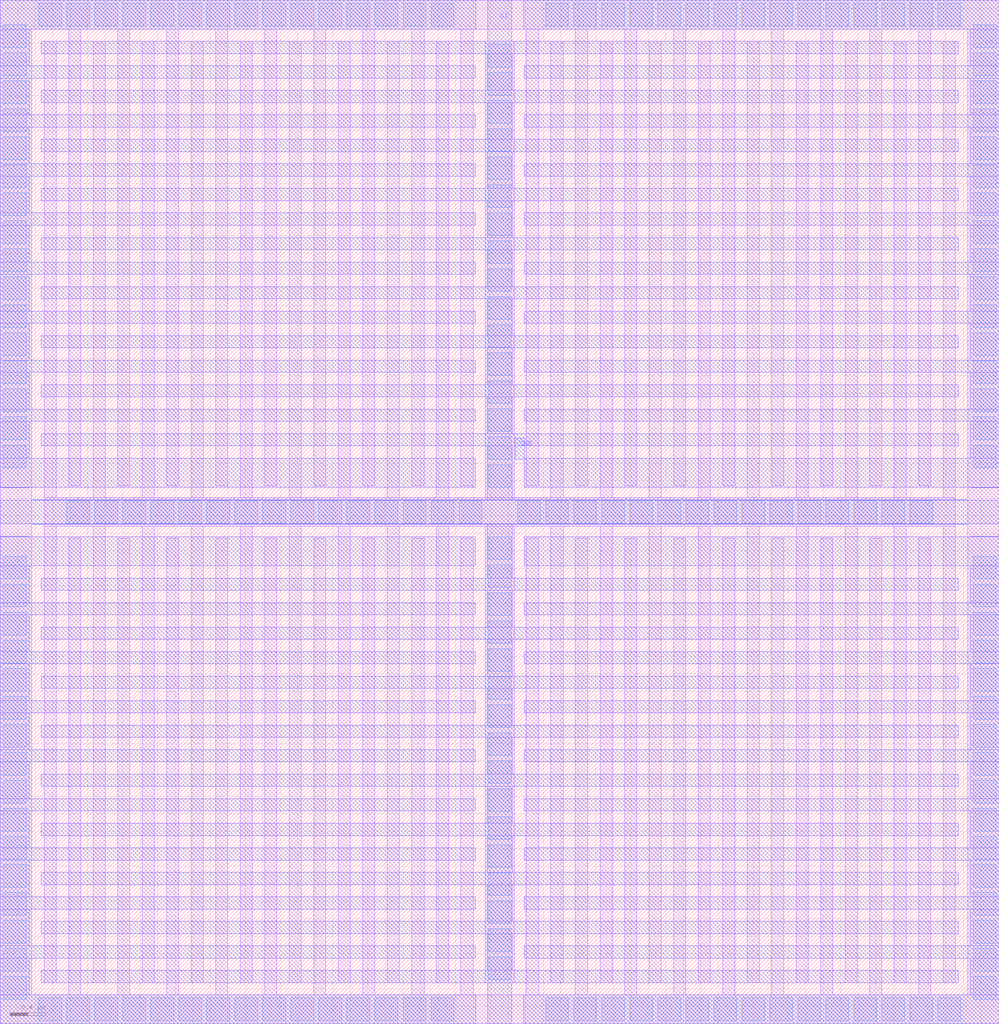
<source format=lef>
# Copyright 2020 The SkyWater PDK Authors
#
# Licensed under the Apache License, Version 2.0 (the "License");
# you may not use this file except in compliance with the License.
# You may obtain a copy of the License at
#
#     https://www.apache.org/licenses/LICENSE-2.0
#
# Unless required by applicable law or agreed to in writing, software
# distributed under the License is distributed on an "AS IS" BASIS,
# WITHOUT WARRANTIES OR CONDITIONS OF ANY KIND, either express or implied.
# See the License for the specific language governing permissions and
# limitations under the License.
#
# SPDX-License-Identifier: Apache-2.0

VERSION 5.7 ;
  NOWIREEXTENSIONATPIN ON ;
  DIVIDERCHAR "/" ;
  BUSBITCHARS "[]" ;
MACRO sky130_fd_pr__cap_vpp_11p5x11p7_m1m2_noshield
  CLASS BLOCK ;
  FOREIGN sky130_fd_pr__cap_vpp_11p5x11p7_m1m2_noshield ;
  ORIGIN  0.000000  0.000000 ;
  SIZE  11.41000 BY  11.69000 ;
  PIN C0
    PORT
      LAYER met2 ;
        RECT  0.000000  0.000000  5.430000  0.330000 ;
        RECT  0.000000  0.330000  0.330000  0.750000 ;
        RECT  0.000000  0.750000  5.425000  0.890000 ;
        RECT  0.000000  0.890000  0.330000  1.310000 ;
        RECT  0.000000  1.310000  5.425000  1.450000 ;
        RECT  0.000000  1.450000  0.330000  1.870000 ;
        RECT  0.000000  1.870000  5.425000  2.010000 ;
        RECT  0.000000  2.010000  0.330000  2.430000 ;
        RECT  0.000000  2.430000  5.425000  2.570000 ;
        RECT  0.000000  2.570000  0.330000  2.990000 ;
        RECT  0.000000  2.990000  5.425000  3.130000 ;
        RECT  0.000000  3.130000  0.330000  3.550000 ;
        RECT  0.000000  3.550000  5.425000  3.690000 ;
        RECT  0.000000  3.690000  0.330000  4.110000 ;
        RECT  0.000000  4.110000  5.425000  4.250000 ;
        RECT  0.000000  4.250000  0.330000  4.670000 ;
        RECT  0.000000  4.670000  5.425000  4.810000 ;
        RECT  0.000000  4.810000  0.330000  5.230000 ;
        RECT  0.000000  5.230000  5.425000  5.565000 ;
        RECT  0.000000  5.565000  0.330000  5.570000 ;
        RECT  0.000000  6.120000  0.330000  6.125000 ;
        RECT  0.000000  6.125000  5.425000  6.460000 ;
        RECT  0.000000  6.460000  0.330000  6.880000 ;
        RECT  0.000000  6.880000  5.425000  7.020000 ;
        RECT  0.000000  7.020000  0.330000  7.440000 ;
        RECT  0.000000  7.440000  5.425000  7.580000 ;
        RECT  0.000000  7.580000  0.330000  8.000000 ;
        RECT  0.000000  8.000000  5.425000  8.140000 ;
        RECT  0.000000  8.140000  0.330000  8.560000 ;
        RECT  0.000000  8.560000  5.425000  8.700000 ;
        RECT  0.000000  8.700000  0.330000  9.120000 ;
        RECT  0.000000  9.120000  5.425000  9.260000 ;
        RECT  0.000000  9.260000  0.330000  9.680000 ;
        RECT  0.000000  9.680000  5.425000  9.820000 ;
        RECT  0.000000  9.820000  0.330000 10.240000 ;
        RECT  0.000000 10.240000  5.425000 10.380000 ;
        RECT  0.000000 10.380000  0.330000 10.800000 ;
        RECT  0.000000 10.800000  5.425000 10.940000 ;
        RECT  0.000000 10.940000  0.330000 11.360000 ;
        RECT  0.000000 11.360000  5.430000 11.690000 ;
        RECT  5.980000  0.000000 11.410000  0.330000 ;
        RECT  5.980000 11.360000 11.410000 11.690000 ;
        RECT  5.985000  0.750000 11.410000  0.890000 ;
        RECT  5.985000  1.310000 11.410000  1.450000 ;
        RECT  5.985000  1.870000 11.410000  2.010000 ;
        RECT  5.985000  2.430000 11.410000  2.570000 ;
        RECT  5.985000  2.990000 11.410000  3.130000 ;
        RECT  5.985000  3.550000 11.410000  3.690000 ;
        RECT  5.985000  4.110000 11.410000  4.250000 ;
        RECT  5.985000  4.670000 11.410000  4.810000 ;
        RECT  5.985000  5.230000 11.410000  5.565000 ;
        RECT  5.985000  6.125000 11.410000  6.460000 ;
        RECT  5.985000  6.880000 11.410000  7.020000 ;
        RECT  5.985000  7.440000 11.410000  7.580000 ;
        RECT  5.985000  8.000000 11.410000  8.140000 ;
        RECT  5.985000  8.560000 11.410000  8.700000 ;
        RECT  5.985000  9.120000 11.410000  9.260000 ;
        RECT  5.985000  9.680000 11.410000  9.820000 ;
        RECT  5.985000 10.240000 11.410000 10.380000 ;
        RECT  5.985000 10.800000 11.410000 10.940000 ;
        RECT 11.080000  0.330000 11.410000  0.750000 ;
        RECT 11.080000  0.890000 11.410000  1.310000 ;
        RECT 11.080000  1.450000 11.410000  1.870000 ;
        RECT 11.080000  2.010000 11.410000  2.430000 ;
        RECT 11.080000  2.570000 11.410000  2.990000 ;
        RECT 11.080000  3.130000 11.410000  3.550000 ;
        RECT 11.080000  3.690000 11.410000  4.110000 ;
        RECT 11.080000  4.250000 11.410000  4.670000 ;
        RECT 11.080000  4.810000 11.410000  5.230000 ;
        RECT 11.080000  5.565000 11.410000  5.570000 ;
        RECT 11.080000  6.120000 11.410000  6.125000 ;
        RECT 11.080000  6.460000 11.410000  6.880000 ;
        RECT 11.080000  7.020000 11.410000  7.440000 ;
        RECT 11.080000  7.580000 11.410000  8.000000 ;
        RECT 11.080000  8.140000 11.410000  8.560000 ;
        RECT 11.080000  8.700000 11.410000  9.120000 ;
        RECT 11.080000  9.260000 11.410000  9.680000 ;
        RECT 11.080000  9.820000 11.410000 10.240000 ;
        RECT 11.080000 10.380000 11.410000 10.800000 ;
        RECT 11.080000 10.940000 11.410000 11.360000 ;
    END
  END C0
  PIN C1
    PORT
      LAYER met2 ;
        RECT 0.000000  5.710000 11.410000  5.980000 ;
        RECT 0.370000  5.705000 11.040000  5.710000 ;
        RECT 0.370000  5.980000 11.040000  5.985000 ;
        RECT 0.470000  0.470000 10.940000  0.610000 ;
        RECT 0.470000  1.030000 10.940000  1.170000 ;
        RECT 0.470000  1.590000 10.940000  1.730000 ;
        RECT 0.470000  2.150000 10.940000  2.290000 ;
        RECT 0.470000  2.710000 10.940000  2.850000 ;
        RECT 0.470000  3.270000 10.940000  3.410000 ;
        RECT 0.470000  3.830000 10.940000  3.970000 ;
        RECT 0.470000  4.390000 10.940000  4.530000 ;
        RECT 0.470000  4.950000 10.940000  5.090000 ;
        RECT 0.470000  6.600000 10.940000  6.740000 ;
        RECT 0.470000  7.160000 10.940000  7.300000 ;
        RECT 0.470000  7.720000 10.940000  7.860000 ;
        RECT 0.470000  8.280000 10.940000  8.420000 ;
        RECT 0.470000  8.840000 10.940000  8.980000 ;
        RECT 0.470000  9.400000 10.940000  9.540000 ;
        RECT 0.470000  9.960000 10.940000 10.100000 ;
        RECT 0.470000 10.520000 10.940000 10.660000 ;
        RECT 0.470000 11.080000 10.940000 11.220000 ;
        RECT 5.565000  0.610000  5.845000  1.030000 ;
        RECT 5.565000  1.170000  5.845000  1.590000 ;
        RECT 5.565000  1.730000  5.845000  2.150000 ;
        RECT 5.565000  2.290000  5.845000  2.710000 ;
        RECT 5.565000  2.850000  5.845000  3.270000 ;
        RECT 5.565000  3.410000  5.845000  3.830000 ;
        RECT 5.565000  3.970000  5.845000  4.390000 ;
        RECT 5.565000  4.530000  5.845000  4.950000 ;
        RECT 5.565000  5.090000  5.845000  5.705000 ;
        RECT 5.565000  5.985000  5.845000  6.600000 ;
        RECT 5.565000  6.740000  5.845000  7.160000 ;
        RECT 5.565000  7.300000  5.845000  7.720000 ;
        RECT 5.565000  7.860000  5.845000  8.280000 ;
        RECT 5.565000  8.420000  5.845000  8.840000 ;
        RECT 5.565000  8.980000  5.845000  9.400000 ;
        RECT 5.565000  9.540000  5.845000  9.960000 ;
        RECT 5.565000 10.100000  5.845000 10.520000 ;
        RECT 5.565000 10.660000  5.845000 11.080000 ;
        RECT 5.570000  0.000000  5.840000  0.470000 ;
        RECT 5.570000 11.220000  5.840000 11.690000 ;
    END
  END C1
  PIN SUB
    PORT
      LAYER pwell ;
        RECT 5.880000 6.445000 5.985000 6.690000 ;
    END
  END SUB
  OBS
    LAYER met1 ;
      RECT  0.000000  0.000000 11.410000  0.330000 ;
      RECT  0.000000  0.330000  0.360000 11.360000 ;
      RECT  0.000000 11.360000 11.410000 11.690000 ;
      RECT  0.500000  0.470000  0.640000  5.685000 ;
      RECT  0.500000  5.685000 10.910000  6.005000 ;
      RECT  0.500000  6.005000  0.640000 11.220000 ;
      RECT  0.780000  0.330000  0.920000  5.545000 ;
      RECT  0.780000  6.145000  0.920000 11.360000 ;
      RECT  1.060000  0.470000  1.200000  5.685000 ;
      RECT  1.060000  6.005000  1.200000 11.220000 ;
      RECT  1.340000  0.330000  1.480000  5.545000 ;
      RECT  1.340000  6.145000  1.480000 11.360000 ;
      RECT  1.620000  0.470000  1.760000  5.685000 ;
      RECT  1.620000  6.005000  1.760000 11.220000 ;
      RECT  1.900000  0.330000  2.040000  5.545000 ;
      RECT  1.900000  6.145000  2.040000 11.360000 ;
      RECT  2.180000  0.470000  2.320000  5.685000 ;
      RECT  2.180000  6.005000  2.320000 11.220000 ;
      RECT  2.460000  0.330000  2.600000  5.545000 ;
      RECT  2.460000  6.145000  2.600000 11.360000 ;
      RECT  2.740000  0.470000  2.880000  5.685000 ;
      RECT  2.740000  6.005000  2.880000 11.220000 ;
      RECT  3.020000  0.330000  3.160000  5.545000 ;
      RECT  3.020000  6.145000  3.160000 11.360000 ;
      RECT  3.300000  0.470000  3.440000  5.685000 ;
      RECT  3.300000  6.005000  3.440000 11.220000 ;
      RECT  3.580000  0.330000  3.720000  5.545000 ;
      RECT  3.580000  6.145000  3.720000 11.360000 ;
      RECT  3.860000  0.470000  4.000000  5.685000 ;
      RECT  3.860000  6.005000  4.000000 11.220000 ;
      RECT  4.140000  0.330000  4.280000  5.545000 ;
      RECT  4.140000  6.145000  4.280000 11.360000 ;
      RECT  4.420000  0.470000  4.560000  5.685000 ;
      RECT  4.420000  6.005000  4.560000 11.220000 ;
      RECT  4.700000  0.330000  4.840000  5.545000 ;
      RECT  4.700000  6.145000  4.840000 11.360000 ;
      RECT  4.980000  0.470000  5.120000  5.685000 ;
      RECT  4.980000  6.005000  5.120000 11.220000 ;
      RECT  5.260000  0.330000  5.400000  5.545000 ;
      RECT  5.260000  6.145000  5.400000 11.360000 ;
      RECT  5.540000  0.470000  5.870000  5.685000 ;
      RECT  5.540000  6.005000  5.870000 11.220000 ;
      RECT  6.010000  0.330000  6.150000  5.545000 ;
      RECT  6.010000  6.145000  6.150000 11.360000 ;
      RECT  6.290000  0.470000  6.430000  5.685000 ;
      RECT  6.290000  6.005000  6.430000 11.220000 ;
      RECT  6.570000  0.330000  6.710000  5.545000 ;
      RECT  6.570000  6.145000  6.710000 11.360000 ;
      RECT  6.850000  0.470000  6.990000  5.685000 ;
      RECT  6.850000  6.005000  6.990000 11.220000 ;
      RECT  7.130000  0.330000  7.270000  5.545000 ;
      RECT  7.130000  6.145000  7.270000 11.360000 ;
      RECT  7.410000  0.470000  7.550000  5.685000 ;
      RECT  7.410000  6.005000  7.550000 11.220000 ;
      RECT  7.690000  0.330000  7.830000  5.545000 ;
      RECT  7.690000  6.145000  7.830000 11.360000 ;
      RECT  7.970000  0.470000  8.110000  5.685000 ;
      RECT  7.970000  6.005000  8.110000 11.220000 ;
      RECT  8.250000  0.330000  8.390000  5.545000 ;
      RECT  8.250000  6.145000  8.390000 11.360000 ;
      RECT  8.530000  0.470000  8.670000  5.685000 ;
      RECT  8.530000  6.005000  8.670000 11.220000 ;
      RECT  8.810000  0.330000  8.950000  5.545000 ;
      RECT  8.810000  6.145000  8.950000 11.360000 ;
      RECT  9.090000  0.470000  9.230000  5.685000 ;
      RECT  9.090000  6.005000  9.230000 11.220000 ;
      RECT  9.370000  0.330000  9.510000  5.545000 ;
      RECT  9.370000  6.145000  9.510000 11.360000 ;
      RECT  9.650000  0.470000  9.790000  5.685000 ;
      RECT  9.650000  6.005000  9.790000 11.220000 ;
      RECT  9.930000  0.330000 10.070000  5.545000 ;
      RECT  9.930000  6.145000 10.070000 11.360000 ;
      RECT 10.210000  0.470000 10.350000  5.685000 ;
      RECT 10.210000  6.005000 10.350000 11.220000 ;
      RECT 10.490000  0.330000 10.630000  5.545000 ;
      RECT 10.490000  6.145000 10.630000 11.360000 ;
      RECT 10.770000  0.470000 10.910000  5.685000 ;
      RECT 10.770000  6.005000 10.910000 11.220000 ;
      RECT 11.050000  0.330000 11.410000 11.360000 ;
    LAYER via ;
      RECT  0.035000  0.280000  0.295000  0.540000 ;
      RECT  0.035000  0.600000  0.295000  0.860000 ;
      RECT  0.035000  0.920000  0.295000  1.180000 ;
      RECT  0.035000  1.240000  0.295000  1.500000 ;
      RECT  0.035000  1.560000  0.295000  1.820000 ;
      RECT  0.035000  1.880000  0.295000  2.140000 ;
      RECT  0.035000  2.200000  0.295000  2.460000 ;
      RECT  0.035000  2.520000  0.295000  2.780000 ;
      RECT  0.035000  2.840000  0.295000  3.100000 ;
      RECT  0.035000  3.160000  0.295000  3.420000 ;
      RECT  0.035000  3.480000  0.295000  3.740000 ;
      RECT  0.035000  3.800000  0.295000  4.060000 ;
      RECT  0.035000  4.120000  0.295000  4.380000 ;
      RECT  0.035000  4.440000  0.295000  4.700000 ;
      RECT  0.035000  4.760000  0.295000  5.020000 ;
      RECT  0.035000  5.080000  0.295000  5.340000 ;
      RECT  0.035000  6.350000  0.295000  6.610000 ;
      RECT  0.035000  6.670000  0.295000  6.930000 ;
      RECT  0.035000  6.990000  0.295000  7.250000 ;
      RECT  0.035000  7.310000  0.295000  7.570000 ;
      RECT  0.035000  7.630000  0.295000  7.890000 ;
      RECT  0.035000  7.950000  0.295000  8.210000 ;
      RECT  0.035000  8.270000  0.295000  8.530000 ;
      RECT  0.035000  8.590000  0.295000  8.850000 ;
      RECT  0.035000  8.910000  0.295000  9.170000 ;
      RECT  0.035000  9.230000  0.295000  9.490000 ;
      RECT  0.035000  9.550000  0.295000  9.810000 ;
      RECT  0.035000  9.870000  0.295000 10.130000 ;
      RECT  0.035000 10.190000  0.295000 10.450000 ;
      RECT  0.035000 10.510000  0.295000 10.770000 ;
      RECT  0.035000 10.830000  0.295000 11.090000 ;
      RECT  0.035000 11.150000  0.295000 11.410000 ;
      RECT  0.440000  0.035000  0.700000  0.295000 ;
      RECT  0.440000 11.395000  0.700000 11.655000 ;
      RECT  0.760000  0.035000  1.020000  0.295000 ;
      RECT  0.760000  5.715000  1.020000  5.975000 ;
      RECT  0.760000 11.395000  1.020000 11.655000 ;
      RECT  1.080000  0.035000  1.340000  0.295000 ;
      RECT  1.080000  5.715000  1.340000  5.975000 ;
      RECT  1.080000 11.395000  1.340000 11.655000 ;
      RECT  1.400000  0.035000  1.660000  0.295000 ;
      RECT  1.400000  5.715000  1.660000  5.975000 ;
      RECT  1.400000 11.395000  1.660000 11.655000 ;
      RECT  1.720000  0.035000  1.980000  0.295000 ;
      RECT  1.720000  5.715000  1.980000  5.975000 ;
      RECT  1.720000 11.395000  1.980000 11.655000 ;
      RECT  2.040000  0.035000  2.300000  0.295000 ;
      RECT  2.040000  5.715000  2.300000  5.975000 ;
      RECT  2.040000 11.395000  2.300000 11.655000 ;
      RECT  2.360000  0.035000  2.620000  0.295000 ;
      RECT  2.360000  5.715000  2.620000  5.975000 ;
      RECT  2.360000 11.395000  2.620000 11.655000 ;
      RECT  2.680000  0.035000  2.940000  0.295000 ;
      RECT  2.680000  5.715000  2.940000  5.975000 ;
      RECT  2.680000 11.395000  2.940000 11.655000 ;
      RECT  3.000000  0.035000  3.260000  0.295000 ;
      RECT  3.000000  5.715000  3.260000  5.975000 ;
      RECT  3.000000 11.395000  3.260000 11.655000 ;
      RECT  3.320000  0.035000  3.580000  0.295000 ;
      RECT  3.320000  5.715000  3.580000  5.975000 ;
      RECT  3.320000 11.395000  3.580000 11.655000 ;
      RECT  3.640000  0.035000  3.900000  0.295000 ;
      RECT  3.640000  5.715000  3.900000  5.975000 ;
      RECT  3.640000 11.395000  3.900000 11.655000 ;
      RECT  3.960000  0.035000  4.220000  0.295000 ;
      RECT  3.960000  5.715000  4.220000  5.975000 ;
      RECT  3.960000 11.395000  4.220000 11.655000 ;
      RECT  4.280000  0.035000  4.540000  0.295000 ;
      RECT  4.280000  5.715000  4.540000  5.975000 ;
      RECT  4.280000 11.395000  4.540000 11.655000 ;
      RECT  4.600000  0.035000  4.860000  0.295000 ;
      RECT  4.600000  5.715000  4.860000  5.975000 ;
      RECT  4.600000 11.395000  4.860000 11.655000 ;
      RECT  4.920000  0.035000  5.180000  0.295000 ;
      RECT  4.920000  5.715000  5.180000  5.975000 ;
      RECT  4.920000 11.395000  5.180000 11.655000 ;
      RECT  5.240000  5.715000  5.500000  5.975000 ;
      RECT  5.575000  0.505000  5.835000  0.765000 ;
      RECT  5.575000  0.825000  5.835000  1.085000 ;
      RECT  5.575000  1.145000  5.835000  1.405000 ;
      RECT  5.575000  1.465000  5.835000  1.725000 ;
      RECT  5.575000  1.785000  5.835000  2.045000 ;
      RECT  5.575000  2.105000  5.835000  2.365000 ;
      RECT  5.575000  2.425000  5.835000  2.685000 ;
      RECT  5.575000  2.745000  5.835000  3.005000 ;
      RECT  5.575000  3.065000  5.835000  3.325000 ;
      RECT  5.575000  3.385000  5.835000  3.645000 ;
      RECT  5.575000  3.705000  5.835000  3.965000 ;
      RECT  5.575000  4.025000  5.835000  4.285000 ;
      RECT  5.575000  4.345000  5.835000  4.605000 ;
      RECT  5.575000  4.665000  5.835000  4.925000 ;
      RECT  5.575000  4.985000  5.835000  5.245000 ;
      RECT  5.575000  5.305000  5.835000  5.565000 ;
      RECT  5.575000  6.125000  5.835000  6.385000 ;
      RECT  5.575000  6.445000  5.835000  6.705000 ;
      RECT  5.575000  6.765000  5.835000  7.025000 ;
      RECT  5.575000  7.085000  5.835000  7.345000 ;
      RECT  5.575000  7.405000  5.835000  7.665000 ;
      RECT  5.575000  7.725000  5.835000  7.985000 ;
      RECT  5.575000  8.045000  5.835000  8.305000 ;
      RECT  5.575000  8.365000  5.835000  8.625000 ;
      RECT  5.575000  8.685000  5.835000  8.945000 ;
      RECT  5.575000  9.005000  5.835000  9.265000 ;
      RECT  5.575000  9.325000  5.835000  9.585000 ;
      RECT  5.575000  9.645000  5.835000  9.905000 ;
      RECT  5.575000  9.965000  5.835000 10.225000 ;
      RECT  5.575000 10.285000  5.835000 10.545000 ;
      RECT  5.575000 10.605000  5.835000 10.865000 ;
      RECT  5.575000 10.925000  5.835000 11.185000 ;
      RECT  5.910000  5.715000  6.170000  5.975000 ;
      RECT  6.230000  0.035000  6.490000  0.295000 ;
      RECT  6.230000  5.715000  6.490000  5.975000 ;
      RECT  6.230000 11.395000  6.490000 11.655000 ;
      RECT  6.550000  0.035000  6.810000  0.295000 ;
      RECT  6.550000  5.715000  6.810000  5.975000 ;
      RECT  6.550000 11.395000  6.810000 11.655000 ;
      RECT  6.870000  0.035000  7.130000  0.295000 ;
      RECT  6.870000  5.715000  7.130000  5.975000 ;
      RECT  6.870000 11.395000  7.130000 11.655000 ;
      RECT  7.190000  0.035000  7.450000  0.295000 ;
      RECT  7.190000  5.715000  7.450000  5.975000 ;
      RECT  7.190000 11.395000  7.450000 11.655000 ;
      RECT  7.510000  0.035000  7.770000  0.295000 ;
      RECT  7.510000  5.715000  7.770000  5.975000 ;
      RECT  7.510000 11.395000  7.770000 11.655000 ;
      RECT  7.830000  0.035000  8.090000  0.295000 ;
      RECT  7.830000  5.715000  8.090000  5.975000 ;
      RECT  7.830000 11.395000  8.090000 11.655000 ;
      RECT  8.150000  0.035000  8.410000  0.295000 ;
      RECT  8.150000  5.715000  8.410000  5.975000 ;
      RECT  8.150000 11.395000  8.410000 11.655000 ;
      RECT  8.470000  0.035000  8.730000  0.295000 ;
      RECT  8.470000  5.715000  8.730000  5.975000 ;
      RECT  8.470000 11.395000  8.730000 11.655000 ;
      RECT  8.790000  0.035000  9.050000  0.295000 ;
      RECT  8.790000  5.715000  9.050000  5.975000 ;
      RECT  8.790000 11.395000  9.050000 11.655000 ;
      RECT  9.110000  0.035000  9.370000  0.295000 ;
      RECT  9.110000  5.715000  9.370000  5.975000 ;
      RECT  9.110000 11.395000  9.370000 11.655000 ;
      RECT  9.430000  0.035000  9.690000  0.295000 ;
      RECT  9.430000  5.715000  9.690000  5.975000 ;
      RECT  9.430000 11.395000  9.690000 11.655000 ;
      RECT  9.750000  0.035000 10.010000  0.295000 ;
      RECT  9.750000  5.715000 10.010000  5.975000 ;
      RECT  9.750000 11.395000 10.010000 11.655000 ;
      RECT 10.070000  0.035000 10.330000  0.295000 ;
      RECT 10.070000  5.715000 10.330000  5.975000 ;
      RECT 10.070000 11.395000 10.330000 11.655000 ;
      RECT 10.390000  0.035000 10.650000  0.295000 ;
      RECT 10.390000  5.715000 10.650000  5.975000 ;
      RECT 10.390000 11.395000 10.650000 11.655000 ;
      RECT 10.710000  0.035000 10.970000  0.295000 ;
      RECT 10.710000 11.395000 10.970000 11.655000 ;
      RECT 11.115000  0.280000 11.375000  0.540000 ;
      RECT 11.115000  0.600000 11.375000  0.860000 ;
      RECT 11.115000  0.920000 11.375000  1.180000 ;
      RECT 11.115000  1.240000 11.375000  1.500000 ;
      RECT 11.115000  1.560000 11.375000  1.820000 ;
      RECT 11.115000  1.880000 11.375000  2.140000 ;
      RECT 11.115000  2.200000 11.375000  2.460000 ;
      RECT 11.115000  2.520000 11.375000  2.780000 ;
      RECT 11.115000  2.840000 11.375000  3.100000 ;
      RECT 11.115000  3.160000 11.375000  3.420000 ;
      RECT 11.115000  3.480000 11.375000  3.740000 ;
      RECT 11.115000  3.800000 11.375000  4.060000 ;
      RECT 11.115000  4.120000 11.375000  4.380000 ;
      RECT 11.115000  4.440000 11.375000  4.700000 ;
      RECT 11.115000  4.760000 11.375000  5.020000 ;
      RECT 11.115000  5.080000 11.375000  5.340000 ;
      RECT 11.115000  6.350000 11.375000  6.610000 ;
      RECT 11.115000  6.670000 11.375000  6.930000 ;
      RECT 11.115000  6.990000 11.375000  7.250000 ;
      RECT 11.115000  7.310000 11.375000  7.570000 ;
      RECT 11.115000  7.630000 11.375000  7.890000 ;
      RECT 11.115000  7.950000 11.375000  8.210000 ;
      RECT 11.115000  8.270000 11.375000  8.530000 ;
      RECT 11.115000  8.590000 11.375000  8.850000 ;
      RECT 11.115000  8.910000 11.375000  9.170000 ;
      RECT 11.115000  9.230000 11.375000  9.490000 ;
      RECT 11.115000  9.550000 11.375000  9.810000 ;
      RECT 11.115000  9.870000 11.375000 10.130000 ;
      RECT 11.115000 10.190000 11.375000 10.450000 ;
      RECT 11.115000 10.510000 11.375000 10.770000 ;
      RECT 11.115000 10.830000 11.375000 11.090000 ;
      RECT 11.115000 11.150000 11.375000 11.410000 ;
  END
END sky130_fd_pr__cap_vpp_11p5x11p7_m1m2_noshield
END LIBRARY

</source>
